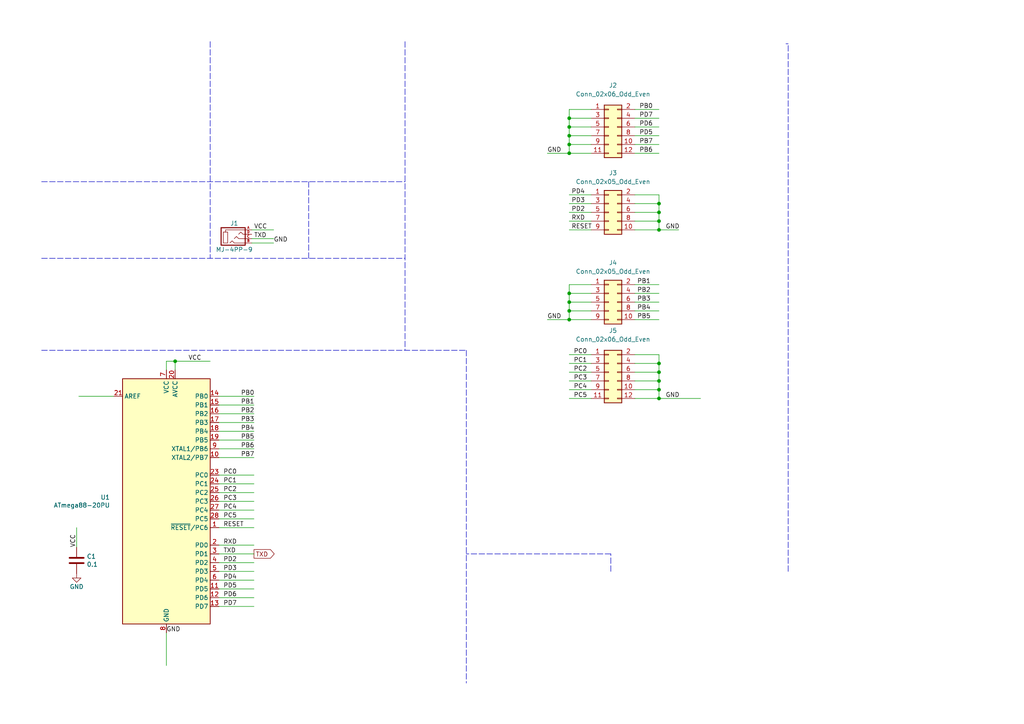
<source format=kicad_sch>
(kicad_sch (version 20211123) (generator eeschema)
  (paper "A4")
  (title_block (title "Just Split") (date "2021-08-01") (rev "0.1") (company "semicontinuity"))
  (lib_symbols
    (symbol "Connector_Generic:Conn_02x05_Odd_Even" (pin_names (offset 1.016) hide)
      (property "Reference" "J" (at 1.27 7.62 0))
      (property "Value" "Conn_02x05_Odd_Even" (at 1.27 -7.62 0))
      (symbol "Conn_02x05_Odd_Even_1_1"
        (rectangle (start -1.27 -4.953) (end 0 -5.207) (stroke (width 0.1524)))
        (rectangle (start -1.27 -2.413) (end 0 -2.667) (stroke (width 0.1524)))
        (rectangle (start -1.27 0.127) (end 0 -0.127) (stroke (width 0.1524)))
        (rectangle (start -1.27 2.667) (end 0 2.413) (stroke (width 0.1524)))
        (rectangle (start -1.27 5.207) (end 0 4.953) (stroke (width 0.1524)))
        (rectangle (start -1.27 6.35) (end 3.81 -6.35) (stroke (width 0.254)) (fill (type background)))
        (rectangle (start 3.81 -4.953) (end 2.54 -5.207) (stroke (width 0.1524)))
        (rectangle (start 3.81 -2.413) (end 2.54 -2.667) (stroke (width 0.1524)))
        (rectangle (start 3.81 0.127) (end 2.54 -0.127) (stroke (width 0.1524)))
        (rectangle (start 3.81 2.667) (end 2.54 2.413) (stroke (width 0.1524)))
        (rectangle (start 3.81 5.207) (end 2.54 4.953) (stroke (width 0.1524)))
        (pin passive line (at -5.08 5.08 0) (length 3.81) (name "Pin_1") (number "1"))
        (pin passive line (at 7.62 -5.08 180) (length 3.81) (name "Pin_10") (number "10"))
        (pin passive line (at 7.62 5.08 180) (length 3.81) (name "Pin_2") (number "2"))
        (pin passive line (at -5.08 2.54 0) (length 3.81) (name "Pin_3") (number "3"))
        (pin passive line (at 7.62 2.54 180) (length 3.81) (name "Pin_4") (number "4"))
        (pin passive line (at -5.08 0 0) (length 3.81) (name "Pin_5") (number "5"))
        (pin passive line (at 7.62 0 180) (length 3.81) (name "Pin_6") (number "6"))
        (pin passive line (at -5.08 -2.54 0) (length 3.81) (name "Pin_7") (number "7"))
        (pin passive line (at 7.62 -2.54 180) (length 3.81) (name "Pin_8") (number "8"))
        (pin passive line (at -5.08 -5.08 0) (length 3.81) (name "Pin_9") (number "9"))
      )
    )
    (symbol "Connector_Generic:Conn_02x06_Odd_Even" (pin_names (offset 1.016) hide)
      (property "Reference" "J" (at 1.27 7.62 0))
      (property "Value" "Conn_02x06_Odd_Even" (at 1.27 -10.16 0))
      (symbol "Conn_02x06_Odd_Even_1_1"
        (rectangle (start -1.27 -7.493) (end 0 -7.747) (stroke (width 0.1524)))
        (rectangle (start -1.27 -4.953) (end 0 -5.207) (stroke (width 0.1524)))
        (rectangle (start -1.27 -2.413) (end 0 -2.667) (stroke (width 0.1524)))
        (rectangle (start -1.27 0.127) (end 0 -0.127) (stroke (width 0.1524)))
        (rectangle (start -1.27 2.667) (end 0 2.413) (stroke (width 0.1524)))
        (rectangle (start -1.27 5.207) (end 0 4.953) (stroke (width 0.1524)))
        (rectangle (start -1.27 6.35) (end 3.81 -8.89) (stroke (width 0.254)) (fill (type background)))
        (rectangle (start 3.81 -7.493) (end 2.54 -7.747) (stroke (width 0.1524)))
        (rectangle (start 3.81 -4.953) (end 2.54 -5.207) (stroke (width 0.1524)))
        (rectangle (start 3.81 -2.413) (end 2.54 -2.667) (stroke (width 0.1524)))
        (rectangle (start 3.81 0.127) (end 2.54 -0.127) (stroke (width 0.1524)))
        (rectangle (start 3.81 2.667) (end 2.54 2.413) (stroke (width 0.1524)))
        (rectangle (start 3.81 5.207) (end 2.54 4.953) (stroke (width 0.1524)))
        (pin passive line (at -5.08 5.08 0) (length 3.81) (name "Pin_1") (number "1"))
        (pin passive line (at 7.62 -5.08 180) (length 3.81) (name "Pin_10") (number "10"))
        (pin passive line (at -5.08 -7.62 0) (length 3.81) (name "Pin_11") (number "11"))
        (pin passive line (at 7.62 -7.62 180) (length 3.81) (name "Pin_12") (number "12"))
        (pin passive line (at 7.62 5.08 180) (length 3.81) (name "Pin_2") (number "2"))
        (pin passive line (at -5.08 2.54 0) (length 3.81) (name "Pin_3") (number "3"))
        (pin passive line (at 7.62 2.54 180) (length 3.81) (name "Pin_4") (number "4"))
        (pin passive line (at -5.08 0 0) (length 3.81) (name "Pin_5") (number "5"))
        (pin passive line (at 7.62 0 180) (length 3.81) (name "Pin_6") (number "6"))
        (pin passive line (at -5.08 -2.54 0) (length 3.81) (name "Pin_7") (number "7"))
        (pin passive line (at 7.62 -2.54 180) (length 3.81) (name "Pin_8") (number "8"))
        (pin passive line (at -5.08 -5.08 0) (length 3.81) (name "Pin_9") (number "9"))
      )
    )
    (symbol "Device:C" (pin_numbers hide) (pin_names (offset 0.254))
      (property "Reference" "C" (at 0.635 2.54 0))
      (property "Value" "C" (at 0.635 -2.54 0))
      (symbol "C_0_1"
        (polyline (pts (xy -2.032 -0.762) (xy 2.032 -0.762)) (stroke (width 0.508)))
        (polyline (pts (xy -2.032 0.762) (xy 2.032 0.762)) (stroke (width 0.508)))
      )
      (symbol "C_1_1"
        (pin passive line (at 0 3.81 270) (length 2.794) (name "~") (number "1"))
        (pin passive line (at 0 -3.81 90) (length 2.794) (name "~") (number "2"))
      )
    )
    (symbol "just-split-rescue:ATmega88-20PU-MCU_Microchip_ATmega"
      (property "Reference" "U" (at -12.7 36.83 0))
      (property "Value" "ATmega88-20PU-MCU_Microchip_ATmega" (at 2.54 -36.83 0))
      (symbol "ATmega88-20PU-MCU_Microchip_ATmega_0_1"
        (rectangle (start -12.7 -35.56) (end 12.7 35.56) (stroke (width 0.254)) (fill (type background)))
      )
      (symbol "ATmega88-20PU-MCU_Microchip_ATmega_1_1"
        (pin bidirectional line (at 15.24 -7.62 180) (length 2.54) (name "~{RESET}/PC6") (number "1"))
        (pin bidirectional line (at 15.24 12.7 180) (length 2.54) (name "XTAL2/PB7") (number "10"))
        (pin bidirectional line (at 15.24 -25.4 180) (length 2.54) (name "PD5") (number "11"))
        (pin bidirectional line (at 15.24 -27.94 180) (length 2.54) (name "PD6") (number "12"))
        (pin bidirectional line (at 15.24 -30.48 180) (length 2.54) (name "PD7") (number "13"))
        (pin bidirectional line (at 15.24 30.48 180) (length 2.54) (name "PB0") (number "14"))
        (pin bidirectional line (at 15.24 27.94 180) (length 2.54) (name "PB1") (number "15"))
        (pin bidirectional line (at 15.24 25.4 180) (length 2.54) (name "PB2") (number "16"))
        (pin bidirectional line (at 15.24 22.86 180) (length 2.54) (name "PB3") (number "17"))
        (pin bidirectional line (at 15.24 20.32 180) (length 2.54) (name "PB4") (number "18"))
        (pin bidirectional line (at 15.24 17.78 180) (length 2.54) (name "PB5") (number "19"))
        (pin bidirectional line (at 15.24 -12.7 180) (length 2.54) (name "PD0") (number "2"))
        (pin power_in line (at 2.54 38.1 270) (length 2.54) (name "AVCC") (number "20"))
        (pin passive line (at -15.24 30.48 0) (length 2.54) (name "AREF") (number "21"))
        (pin passive line (at 0 -38.1 90) (length 2.54) hide (name "GND") (number "22"))
        (pin bidirectional line (at 15.24 7.62 180) (length 2.54) (name "PC0") (number "23"))
        (pin bidirectional line (at 15.24 5.08 180) (length 2.54) (name "PC1") (number "24"))
        (pin bidirectional line (at 15.24 2.54 180) (length 2.54) (name "PC2") (number "25"))
        (pin bidirectional line (at 15.24 0 180) (length 2.54) (name "PC3") (number "26"))
        (pin bidirectional line (at 15.24 -2.54 180) (length 2.54) (name "PC4") (number "27"))
        (pin bidirectional line (at 15.24 -5.08 180) (length 2.54) (name "PC5") (number "28"))
        (pin bidirectional line (at 15.24 -15.24 180) (length 2.54) (name "PD1") (number "3"))
        (pin bidirectional line (at 15.24 -17.78 180) (length 2.54) (name "PD2") (number "4"))
        (pin bidirectional line (at 15.24 -20.32 180) (length 2.54) (name "PD3") (number "5"))
        (pin bidirectional line (at 15.24 -22.86 180) (length 2.54) (name "PD4") (number "6"))
        (pin power_in line (at 0 38.1 270) (length 2.54) (name "VCC") (number "7"))
        (pin power_in line (at 0 -38.1 90) (length 2.54) (name "GND") (number "8"))
        (pin bidirectional line (at 15.24 15.24 180) (length 2.54) (name "XTAL1/PB6") (number "9"))
      )
    )
    (symbol "just-split-rescue:MJ-4PP-9-kbd" (pin_names (offset 1.016))
      (property "Reference" "J" (at 0 3.81 0))
      (property "Value" "MJ-4PP-9-kbd" (at 0 -3.81 0))
      (symbol "MJ-4PP-9-kbd_0_1"
        (rectangle (start -1.905 -1.905) (end -3.175 1.27))
        (polyline (pts (xy -2.54 1.27) (xy -2.54 1.905) (xy 3.175 1.905)))
        (polyline (pts (xy -1.27 -1.905) (xy -0.635 -1.27) (xy 0 -1.905) (xy 3.175 -1.905)))
        (polyline (pts (xy 0 -0.635) (xy 0.635 0) (xy 1.27 -0.635) (xy 3.175 -0.635)))
        (polyline (pts (xy 1.27 0.635) (xy 1.905 1.27) (xy 2.54 0.635) (xy 3.175 0.635)))
        (rectangle (start 3.175 2.54) (end -3.81 -2.54) (stroke (width 0.3048)))
      )
      (symbol "MJ-4PP-9-kbd_1_1"
        (pin input line (at 5.08 1.905 180) (length 2.0066) (name "~") (number "A"))
        (pin input line (at 5.08 -1.905 180) (length 2.0066) (name "~") (number "B"))
        (pin input line (at 5.08 -0.635 180) (length 2.0066) (name "~") (number "C"))
        (pin input line (at 5.08 0.635 180) (length 2.0066) (name "~") (number "D"))
      )
    )
    (symbol "power:GND" (power) (pin_names (offset 0))
      (property "Value" "GND" (at 0 -3.81 0))
      (symbol "GND_0_1"
        (polyline (pts (xy 0 0) (xy 0 -1.27) (xy 1.27 -1.27) (xy 0 -2.54) (xy -1.27 -1.27) (xy 0 -1.27)))
      )
      (symbol "GND_1_1"
        (pin power_in line (at 0 0 270) (length 0) hide (name "GND") (number "1"))
      )
    )
  )
  (junction (at 165.1 90.17))
  (junction (at 191.135 64.135))
  (junction (at 191.135 66.675))
  (junction (at 50.8 104.775))
  (junction (at 165.1 39.37))
  (junction (at 191.135 105.41))
  (junction (at 165.1 44.45))
  (junction (at 165.1 34.29))
  (junction (at 191.135 107.95))
  (junction (at 165.1 92.71))
  (junction (at 191.135 110.49))
  (junction (at 165.1 36.83))
  (junction (at 165.1 85.09))
  (junction (at 165.1 41.91))
  (junction (at 165.1 87.63))
  (junction (at 191.135 61.595))
  (junction (at 191.135 113.03))
  (junction (at 191.135 59.055))
  (junction (at 191.135 115.57))
  (wire (pts (xy 63.5 147.955) (xy 73.66 147.955)))
  (wire (pts (xy 184.15 92.71) (xy 191.135 92.71)))
  (wire (pts (xy 184.15 61.595) (xy 191.135 61.595)))
  (wire (pts (xy 165.1 44.45) (xy 171.45 44.45)))
  (wire (pts (xy 50.8 107.315) (xy 50.8 104.775)))
  (wire (pts (xy 165.1 34.29) (xy 165.1 36.83)))
  (wire (pts (xy 165.1 105.41) (xy 171.45 105.41)))
  (wire (pts (xy 191.135 66.675) (xy 196.85 66.675)))
  (wire (pts (xy 184.15 64.135) (xy 191.135 64.135)))
  (wire (pts (xy 191.135 110.49) (xy 191.135 113.03)))
  (wire (pts (xy 184.15 115.57) (xy 191.135 115.57)))
  (wire (pts (xy 165.1 64.135) (xy 171.45 64.135)))
  (wire (pts (xy 191.135 113.03) (xy 191.135 115.57)))
  (wire (pts (xy 184.15 59.055) (xy 191.135 59.055)))
  (wire (pts (xy 184.15 82.55) (xy 191.135 82.55)))
  (wire (pts (xy 73.025 70.485) (xy 79.375 70.485)))
  (wire (pts (xy 63.5 160.655) (xy 73.66 160.655)))
  (wire (pts (xy 63.5 120.015) (xy 73.66 120.015)))
  (wire (pts (xy 63.5 142.875) (xy 73.66 142.875)))
  (wire (pts (xy 165.1 31.75) (xy 165.1 34.29)))
  (wire (pts (xy 191.135 115.57) (xy 203.2 115.57)))
  (wire (pts (xy 184.15 66.675) (xy 191.135 66.675)))
  (wire (pts (xy 63.5 150.495) (xy 73.66 150.495)))
  (wire (pts (xy 63.5 137.795) (xy 73.66 137.795)))
  (wire (pts (xy 184.15 102.87) (xy 191.135 102.87)))
  (wire (pts (xy 165.1 113.03) (xy 171.45 113.03)))
  (wire (pts (xy 63.5 117.475) (xy 73.66 117.475)))
  (polyline (pts (xy 60.96 12.065) (xy 60.96 74.93)))
  (wire (pts (xy 63.5 163.195) (xy 73.66 163.195)))
  (wire (pts (xy 184.15 110.49) (xy 191.135 110.49)))
  (wire (pts (xy 165.1 87.63) (xy 165.1 90.17)))
  (wire (pts (xy 165.1 31.75) (xy 171.45 31.75)))
  (wire (pts (xy 184.15 85.09) (xy 191.135 85.09)))
  (wire (pts (xy 73.025 66.675) (xy 79.375 66.675)))
  (polyline (pts (xy 12.065 52.705) (xy 117.475 52.705)))
  (wire (pts (xy 191.135 59.055) (xy 191.135 61.595)))
  (wire (pts (xy 165.1 39.37) (xy 171.45 39.37)))
  (wire (pts (xy 165.1 66.675) (xy 171.45 66.675)))
  (wire (pts (xy 184.15 44.45) (xy 191.135 44.45)))
  (wire (pts (xy 63.5 165.735) (xy 73.66 165.735)))
  (wire (pts (xy 63.5 127.635) (xy 73.66 127.635)))
  (wire (pts (xy 184.15 34.29) (xy 191.135 34.29)))
  (wire (pts (xy 191.135 107.95) (xy 191.135 110.49)))
  (wire (pts (xy 165.1 39.37) (xy 165.1 41.91)))
  (wire (pts (xy 165.1 59.055) (xy 171.45 59.055)))
  (wire (pts (xy 191.135 102.87) (xy 191.135 105.41)))
  (wire (pts (xy 184.15 87.63) (xy 191.135 87.63)))
  (wire (pts (xy 184.15 39.37) (xy 191.135 39.37)))
  (wire (pts (xy 184.15 113.03) (xy 191.135 113.03)))
  (wire (pts (xy 184.15 36.83) (xy 191.135 36.83)))
  (polyline (pts (xy 117.475 12.065) (xy 117.475 101.6)))
  (wire (pts (xy 165.1 90.17) (xy 171.45 90.17)))
  (wire (pts (xy 63.5 114.935) (xy 73.66 114.935)))
  (wire (pts (xy 48.26 183.515) (xy 48.26 193.04)))
  (wire (pts (xy 184.15 56.515) (xy 191.135 56.515)))
  (wire (pts (xy 165.1 115.57) (xy 171.45 115.57)))
  (polyline (pts (xy 135.255 101.6) (xy 135.255 198.12)))
  (wire (pts (xy 165.1 92.71) (xy 171.45 92.71)))
  (wire (pts (xy 63.5 125.095) (xy 73.66 125.095)))
  (wire (pts (xy 165.1 102.87) (xy 171.45 102.87)))
  (wire (pts (xy 165.1 85.09) (xy 165.1 87.63)))
  (wire (pts (xy 165.1 107.95) (xy 171.45 107.95)))
  (wire (pts (xy 165.1 110.49) (xy 171.45 110.49)))
  (wire (pts (xy 184.15 90.17) (xy 191.135 90.17)))
  (wire (pts (xy 165.1 56.515) (xy 171.45 56.515)))
  (polyline (pts (xy 177.165 160.655) (xy 135.255 160.655)))
  (wire (pts (xy 63.5 158.115) (xy 73.66 158.115)))
  (wire (pts (xy 63.5 140.335) (xy 73.66 140.335)))
  (polyline (pts (xy 177.165 165.735) (xy 177.165 160.655)))
  (wire (pts (xy 165.1 61.595) (xy 171.45 61.595)))
  (polyline (pts (xy 12.065 101.6) (xy 135.255 101.6)))
  (polyline (pts (xy 228.6 12.7) (xy 227.965 12.7)))
  (wire (pts (xy 165.1 44.45) (xy 158.75 44.45)))
  (wire (pts (xy 48.26 107.315) (xy 48.26 104.775)))
  (polyline (pts (xy 12.065 74.93) (xy 117.475 74.93)))
  (wire (pts (xy 22.225 158.75) (xy 22.225 153.035)))
  (wire (pts (xy 63.5 153.035) (xy 73.66 153.035)))
  (wire (pts (xy 50.8 104.775) (xy 60.96 104.775)))
  (wire (pts (xy 63.5 170.815) (xy 73.66 170.815)))
  (wire (pts (xy 165.1 34.29) (xy 171.45 34.29)))
  (wire (pts (xy 165.1 85.09) (xy 171.45 85.09)))
  (polyline (pts (xy 89.535 74.93) (xy 89.535 52.705)))
  (wire (pts (xy 191.135 56.515) (xy 191.135 59.055)))
  (wire (pts (xy 184.15 41.91) (xy 191.135 41.91)))
  (wire (pts (xy 165.1 82.55) (xy 165.1 85.09)))
  (wire (pts (xy 165.1 41.91) (xy 165.1 44.45)))
  (wire (pts (xy 63.5 168.275) (xy 73.66 168.275)))
  (wire (pts (xy 63.5 130.175) (xy 73.66 130.175)))
  (wire (pts (xy 184.15 31.75) (xy 191.135 31.75)))
  (wire (pts (xy 63.5 173.355) (xy 73.66 173.355)))
  (wire (pts (xy 165.1 36.83) (xy 171.45 36.83)))
  (wire (pts (xy 165.1 87.63) (xy 171.45 87.63)))
  (wire (pts (xy 191.135 61.595) (xy 191.135 64.135)))
  (polyline (pts (xy 228.6 165.735) (xy 228.6 12.7)))
  (wire (pts (xy 63.5 132.715) (xy 73.66 132.715)))
  (wire (pts (xy 48.26 104.775) (xy 50.8 104.775)))
  (wire (pts (xy 33.02 114.935) (xy 22.86 114.935)))
  (wire (pts (xy 165.1 82.55) (xy 171.45 82.55)))
  (wire (pts (xy 165.1 36.83) (xy 165.1 39.37)))
  (wire (pts (xy 191.135 105.41) (xy 191.135 107.95)))
  (wire (pts (xy 63.5 122.555) (xy 73.66 122.555)))
  (wire (pts (xy 165.1 90.17) (xy 165.1 92.71)))
  (wire (pts (xy 165.1 92.71) (xy 158.75 92.71)))
  (wire (pts (xy 63.5 145.415) (xy 73.66 145.415)))
  (wire (pts (xy 184.15 107.95) (xy 191.135 107.95)))
  (wire (pts (xy 184.15 105.41) (xy 191.135 105.41)))
  (wire (pts (xy 191.135 64.135) (xy 191.135 66.675)))
  (wire (pts (xy 165.1 41.91) (xy 171.45 41.91)))
  (wire (pts (xy 73.025 69.215) (xy 79.375 69.215)))
  (wire (pts (xy 63.5 175.895) (xy 73.66 175.895)))
  (label "PD2" (at 64.77 163.195 0))
  (label "TXD" (at 64.77 160.655 0))
  (label "PB0" (at 185.42 31.75 0))
  (label "PB2" (at 69.85 120.015 0))
  (label "VCC" (at 22.225 158.75 90))
  (label "VCC" (at 54.61 104.775 0))
  (label "PC5" (at 166.37 115.57 0))
  (label "GND" (at 193.04 66.675 0))
  (label "PC0" (at 64.77 137.795 0))
  (label "PD5" (at 185.42 39.37 0))
  (label "GND" (at 158.75 92.71 0))
  (label "GND" (at 79.375 70.485 0))
  (label "PC5" (at 64.77 150.495 0))
  (label "RXD" (at 64.77 158.115 0))
  (label "PB3" (at 184.785 87.63 0))
  (label "RESET" (at 165.735 66.675 0))
  (label "RXD" (at 165.735 64.135 0))
  (label "TXD" (at 73.66 69.215 0))
  (label "PC3" (at 64.77 145.415 0))
  (label "PD4" (at 165.735 56.515 0))
  (label "PB3" (at 69.85 122.555 0))
  (label "PC4" (at 166.37 113.03 0))
  (label "PB2" (at 184.785 85.09 0))
  (label "PC0" (at 166.37 102.87 0))
  (label "PB0" (at 69.85 114.935 0))
  (label "PD2" (at 165.735 61.595 0))
  (label "PC2" (at 64.77 142.875 0))
  (label "PB4" (at 184.785 90.17 0))
  (label "PB5" (at 184.785 92.71 0))
  (label "PB1" (at 184.785 82.55 0))
  (label "PB6" (at 69.85 130.175 0))
  (label "PD7" (at 185.42 34.29 0))
  (label "PD6" (at 185.42 36.83 0))
  (label "PC2" (at 166.37 107.95 0))
  (label "RESET" (at 64.77 153.035 0))
  (label "PD3" (at 64.77 165.735 0))
  (label "GND" (at 48.26 183.515 0))
  (label "PD5" (at 64.77 170.815 0))
  (label "PC1" (at 64.77 140.335 0))
  (label "PB1" (at 69.85 117.475 0))
  (label "PD7" (at 64.77 175.895 0))
  (label "PB7" (at 69.85 132.715 0))
  (label "PB5" (at 69.85 127.635 0))
  (label "PC3" (at 166.37 110.49 0))
  (label "PB6" (at 185.42 44.45 0))
  (label "PD4" (at 64.77 168.275 0))
  (label "PD6" (at 64.77 173.355 0))
  (label "VCC" (at 73.66 66.675 0))
  (label "PC4" (at 64.77 147.955 0))
  (label "PB7" (at 185.42 41.91 0))
  (label "GND" (at 158.75 44.45 0))
  (label "GND" (at 193.04 115.57 0))
  (label "PD3" (at 165.735 59.055 0))
  (label "PC1" (at 166.37 105.41 0))
  (label "PB4" (at 69.85 125.095 0))
  (global_label "TXD" (shape output) (at 73.66 160.655 0) (property "Intersheet References" "${INTERSHEET_REFS}" (effects hide)))
  (symbol (lib_id "just-split-rescue:ATmega88-20PU-MCU_Microchip_ATmega") (at 48.26 145.415 0) (unit 1)
    (property "Reference" "U1" (at 31.9024 144.2466 0) (effects (justify right)))
    (property "Value" "ATmega88-20PU" (at 31.9024 146.558 0) (effects (justify right)))
    (property "Footprint" "Package_DIP:DIP-28_W7.62mm" (effects hide))
    (property "Datasheet" "http://ww1.microchip.com/downloads/en/DeviceDoc/Atmel-2545-8-bit-AVR-Microcontroller-ATmega48-88-168_Datasheet.pdf" (effects hide))
  )
  (symbol (lib_id "just-split-rescue:MJ-4PP-9-kbd") (at 67.945 68.58 0) (unit 1)
    (property "Reference" "J1" (at 67.945 64.77 0))
    (property "Value" "MJ-4PP-9" (at 67.945 72.39 0))
    (property "Footprint" "kbd:MJ-4PP-9_1side" (effects hide))
  )
  (symbol (lib_id "Device:C") (at 22.225 162.56 0) (unit 1)
    (property "Reference" "C1" (at 25.146 161.3916 0) (effects (justify left)))
    (property "Value" "0.1" (at 25.146 163.703 0) (effects (justify left)))
    (property "Footprint" "Capacitor_SMD:C_0805_2012Metric_Pad1.18x1.45mm_HandSolder" (effects hide))
  )
  (symbol (lib_id "power:GND") (at 22.225 166.37 0) (unit 1)
    (property "Reference" "#PWR01" (effects hide))
    (property "Value" "GND" (at 22.225 170.18 0))
  )
  (symbol (lib_id "Connector_Generic:Conn_02x06_Odd_Even") (at 176.53 36.83 0) (unit 1)
    (property "Reference" "J2" (at 177.8 24.765 0))
    (property "Value" "Conn_02x06_Odd_Even" (at 177.8 27.305 0))
    (property "Footprint" "Connector_PinSocket_2.54mm:PinSocket_2x06_P2.54mm_Vertical" (effects hide))
  )
  (symbol (lib_id "Connector_Generic:Conn_02x05_Odd_Even") (at 176.53 61.595 0) (unit 1)
    (property "Reference" "J3" (at 177.8 50.165 0))
    (property "Value" "Conn_02x05_Odd_Even" (at 177.8 52.705 0))
    (property "Footprint" "Connector_PinHeader_2.54mm:PinHeader_2x05_P2.54mm_Vertical" (effects hide))
  )
  (symbol (lib_id "Connector_Generic:Conn_02x05_Odd_Even") (at 176.53 87.63 0) (unit 1)
    (property "Reference" "J4" (at 177.8 76.2 0))
    (property "Value" "Conn_02x05_Odd_Even" (at 177.8 78.74 0))
    (property "Footprint" "Connector_PinHeader_2.54mm:PinHeader_2x05_P2.54mm_Vertical" (effects hide))
  )
  (symbol (lib_id "Connector_Generic:Conn_02x06_Odd_Even") (at 176.53 107.95 0) (unit 1)
    (property "Reference" "J5" (at 177.8 95.885 0))
    (property "Value" "Conn_02x06_Odd_Even" (at 177.8 98.425 0))
    (property "Footprint" "Connector_PinSocket_2.54mm:PinSocket_2x06_P2.54mm_Vertical" (effects hide))
  )
)
</source>
